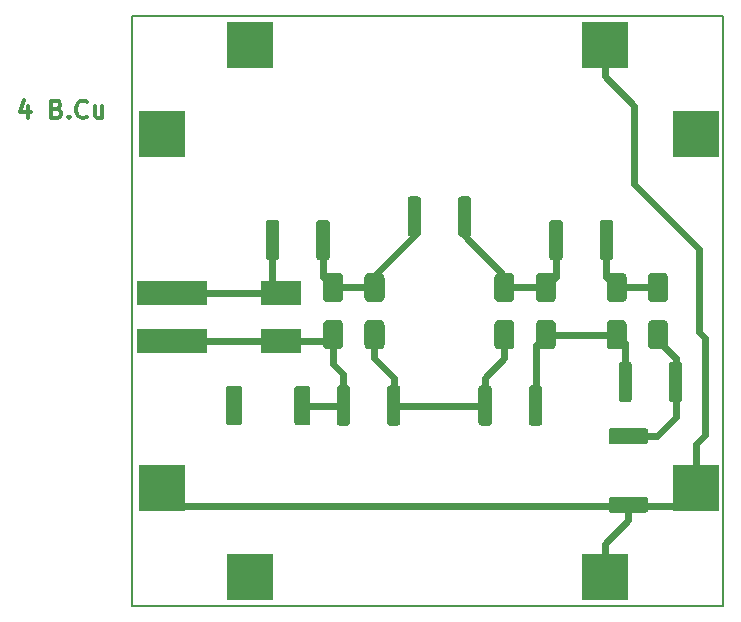
<source format=gbl>
%TF.GenerationSoftware,KiCad,Pcbnew,5.0.1*%
%TF.CreationDate,2019-03-19T22:32:44+01:00*%
%TF.ProjectId,Statikplatte,53746174696B706C617474652E6B6963,rev?*%
%TF.SameCoordinates,Original*%
%TF.FileFunction,Copper,L4,Bot,Signal*%
%TF.FilePolarity,Positive*%
%FSLAX46Y46*%
G04 Gerber Fmt 4.6, Leading zero omitted, Abs format (unit mm)*
G04 Created by KiCad (PCBNEW 5.0.1) date Di 19 Mär 2019 22:32:44 CET*
%MOMM*%
%LPD*%
G01*
G04 APERTURE LIST*
%ADD10C,0.350000*%
%ADD11C,0.150000*%
%ADD12R,4.000000X4.000000*%
%ADD13C,0.100000*%
%ADD14C,1.350000*%
%ADD15R,3.500000X2.000000*%
%ADD16R,6.000000X2.000000*%
%ADD17C,1.125000*%
%ADD18C,1.700000*%
%ADD19C,0.600000*%
%ADD20C,0.800000*%
%ADD21C,0.600000*%
G04 APERTURE END LIST*
D10*
X116178571Y-82678571D02*
X116178571Y-83678571D01*
X115821428Y-82107142D02*
X115464285Y-83178571D01*
X116392857Y-83178571D01*
X118607142Y-82892857D02*
X118821428Y-82964285D01*
X118892857Y-83035714D01*
X118964285Y-83178571D01*
X118964285Y-83392857D01*
X118892857Y-83535714D01*
X118821428Y-83607142D01*
X118678571Y-83678571D01*
X118107142Y-83678571D01*
X118107142Y-82178571D01*
X118607142Y-82178571D01*
X118750000Y-82250000D01*
X118821428Y-82321428D01*
X118892857Y-82464285D01*
X118892857Y-82607142D01*
X118821428Y-82750000D01*
X118750000Y-82821428D01*
X118607142Y-82892857D01*
X118107142Y-82892857D01*
X119607142Y-83535714D02*
X119678571Y-83607142D01*
X119607142Y-83678571D01*
X119535714Y-83607142D01*
X119607142Y-83535714D01*
X119607142Y-83678571D01*
X121178571Y-83535714D02*
X121107142Y-83607142D01*
X120892857Y-83678571D01*
X120750000Y-83678571D01*
X120535714Y-83607142D01*
X120392857Y-83464285D01*
X120321428Y-83321428D01*
X120250000Y-83035714D01*
X120250000Y-82821428D01*
X120321428Y-82535714D01*
X120392857Y-82392857D01*
X120535714Y-82250000D01*
X120750000Y-82178571D01*
X120892857Y-82178571D01*
X121107142Y-82250000D01*
X121178571Y-82321428D01*
X122464285Y-82678571D02*
X122464285Y-83678571D01*
X121821428Y-82678571D02*
X121821428Y-83464285D01*
X121892857Y-83607142D01*
X122035714Y-83678571D01*
X122250000Y-83678571D01*
X122392857Y-83607142D01*
X122464285Y-83535714D01*
D11*
X125000000Y-75000000D02*
X175000000Y-75000000D01*
X175000000Y-75000000D02*
X175000000Y-125000000D01*
X125000000Y-125000000D02*
X175000000Y-125000000D01*
X125000000Y-75000000D02*
X125000000Y-125000000D01*
D12*
X135000000Y-122500000D03*
X165000000Y-122500000D03*
X127500000Y-85000000D03*
X135000000Y-77500000D03*
X165000000Y-77500000D03*
X172750000Y-115000000D03*
X127500000Y-115000000D03*
X172750000Y-85000000D03*
D13*
G36*
X168449505Y-109926204D02*
X168473773Y-109929804D01*
X168497572Y-109935765D01*
X168520671Y-109944030D01*
X168542850Y-109954520D01*
X168563893Y-109967132D01*
X168583599Y-109981747D01*
X168601777Y-109998223D01*
X168618253Y-110016401D01*
X168632868Y-110036107D01*
X168645480Y-110057150D01*
X168655970Y-110079329D01*
X168664235Y-110102428D01*
X168670196Y-110126227D01*
X168673796Y-110150495D01*
X168675000Y-110174999D01*
X168675000Y-111025001D01*
X168673796Y-111049505D01*
X168670196Y-111073773D01*
X168664235Y-111097572D01*
X168655970Y-111120671D01*
X168645480Y-111142850D01*
X168632868Y-111163893D01*
X168618253Y-111183599D01*
X168601777Y-111201777D01*
X168583599Y-111218253D01*
X168563893Y-111232868D01*
X168542850Y-111245480D01*
X168520671Y-111255970D01*
X168497572Y-111264235D01*
X168473773Y-111270196D01*
X168449505Y-111273796D01*
X168425001Y-111275000D01*
X165574999Y-111275000D01*
X165550495Y-111273796D01*
X165526227Y-111270196D01*
X165502428Y-111264235D01*
X165479329Y-111255970D01*
X165457150Y-111245480D01*
X165436107Y-111232868D01*
X165416401Y-111218253D01*
X165398223Y-111201777D01*
X165381747Y-111183599D01*
X165367132Y-111163893D01*
X165354520Y-111142850D01*
X165344030Y-111120671D01*
X165335765Y-111097572D01*
X165329804Y-111073773D01*
X165326204Y-111049505D01*
X165325000Y-111025001D01*
X165325000Y-110174999D01*
X165326204Y-110150495D01*
X165329804Y-110126227D01*
X165335765Y-110102428D01*
X165344030Y-110079329D01*
X165354520Y-110057150D01*
X165367132Y-110036107D01*
X165381747Y-110016401D01*
X165398223Y-109998223D01*
X165416401Y-109981747D01*
X165436107Y-109967132D01*
X165457150Y-109954520D01*
X165479329Y-109944030D01*
X165502428Y-109935765D01*
X165526227Y-109929804D01*
X165550495Y-109926204D01*
X165574999Y-109925000D01*
X168425001Y-109925000D01*
X168449505Y-109926204D01*
X168449505Y-109926204D01*
G37*
D14*
X167000000Y-110600000D03*
D13*
G36*
X168449505Y-115726204D02*
X168473773Y-115729804D01*
X168497572Y-115735765D01*
X168520671Y-115744030D01*
X168542850Y-115754520D01*
X168563893Y-115767132D01*
X168583599Y-115781747D01*
X168601777Y-115798223D01*
X168618253Y-115816401D01*
X168632868Y-115836107D01*
X168645480Y-115857150D01*
X168655970Y-115879329D01*
X168664235Y-115902428D01*
X168670196Y-115926227D01*
X168673796Y-115950495D01*
X168675000Y-115974999D01*
X168675000Y-116825001D01*
X168673796Y-116849505D01*
X168670196Y-116873773D01*
X168664235Y-116897572D01*
X168655970Y-116920671D01*
X168645480Y-116942850D01*
X168632868Y-116963893D01*
X168618253Y-116983599D01*
X168601777Y-117001777D01*
X168583599Y-117018253D01*
X168563893Y-117032868D01*
X168542850Y-117045480D01*
X168520671Y-117055970D01*
X168497572Y-117064235D01*
X168473773Y-117070196D01*
X168449505Y-117073796D01*
X168425001Y-117075000D01*
X165574999Y-117075000D01*
X165550495Y-117073796D01*
X165526227Y-117070196D01*
X165502428Y-117064235D01*
X165479329Y-117055970D01*
X165457150Y-117045480D01*
X165436107Y-117032868D01*
X165416401Y-117018253D01*
X165398223Y-117001777D01*
X165381747Y-116983599D01*
X165367132Y-116963893D01*
X165354520Y-116942850D01*
X165344030Y-116920671D01*
X165335765Y-116897572D01*
X165329804Y-116873773D01*
X165326204Y-116849505D01*
X165325000Y-116825001D01*
X165325000Y-115974999D01*
X165326204Y-115950495D01*
X165329804Y-115926227D01*
X165335765Y-115902428D01*
X165344030Y-115879329D01*
X165354520Y-115857150D01*
X165367132Y-115836107D01*
X165381747Y-115816401D01*
X165398223Y-115798223D01*
X165416401Y-115781747D01*
X165436107Y-115767132D01*
X165457150Y-115754520D01*
X165479329Y-115744030D01*
X165502428Y-115735765D01*
X165526227Y-115729804D01*
X165550495Y-115726204D01*
X165574999Y-115725000D01*
X168425001Y-115725000D01*
X168449505Y-115726204D01*
X168449505Y-115726204D01*
G37*
D14*
X167000000Y-116400000D03*
D13*
G36*
X139849505Y-106326204D02*
X139873773Y-106329804D01*
X139897572Y-106335765D01*
X139920671Y-106344030D01*
X139942850Y-106354520D01*
X139963893Y-106367132D01*
X139983599Y-106381747D01*
X140001777Y-106398223D01*
X140018253Y-106416401D01*
X140032868Y-106436107D01*
X140045480Y-106457150D01*
X140055970Y-106479329D01*
X140064235Y-106502428D01*
X140070196Y-106526227D01*
X140073796Y-106550495D01*
X140075000Y-106574999D01*
X140075000Y-109425001D01*
X140073796Y-109449505D01*
X140070196Y-109473773D01*
X140064235Y-109497572D01*
X140055970Y-109520671D01*
X140045480Y-109542850D01*
X140032868Y-109563893D01*
X140018253Y-109583599D01*
X140001777Y-109601777D01*
X139983599Y-109618253D01*
X139963893Y-109632868D01*
X139942850Y-109645480D01*
X139920671Y-109655970D01*
X139897572Y-109664235D01*
X139873773Y-109670196D01*
X139849505Y-109673796D01*
X139825001Y-109675000D01*
X138974999Y-109675000D01*
X138950495Y-109673796D01*
X138926227Y-109670196D01*
X138902428Y-109664235D01*
X138879329Y-109655970D01*
X138857150Y-109645480D01*
X138836107Y-109632868D01*
X138816401Y-109618253D01*
X138798223Y-109601777D01*
X138781747Y-109583599D01*
X138767132Y-109563893D01*
X138754520Y-109542850D01*
X138744030Y-109520671D01*
X138735765Y-109497572D01*
X138729804Y-109473773D01*
X138726204Y-109449505D01*
X138725000Y-109425001D01*
X138725000Y-106574999D01*
X138726204Y-106550495D01*
X138729804Y-106526227D01*
X138735765Y-106502428D01*
X138744030Y-106479329D01*
X138754520Y-106457150D01*
X138767132Y-106436107D01*
X138781747Y-106416401D01*
X138798223Y-106398223D01*
X138816401Y-106381747D01*
X138836107Y-106367132D01*
X138857150Y-106354520D01*
X138879329Y-106344030D01*
X138902428Y-106335765D01*
X138926227Y-106329804D01*
X138950495Y-106326204D01*
X138974999Y-106325000D01*
X139825001Y-106325000D01*
X139849505Y-106326204D01*
X139849505Y-106326204D01*
G37*
D14*
X139400000Y-108000000D03*
D13*
G36*
X134049505Y-106326204D02*
X134073773Y-106329804D01*
X134097572Y-106335765D01*
X134120671Y-106344030D01*
X134142850Y-106354520D01*
X134163893Y-106367132D01*
X134183599Y-106381747D01*
X134201777Y-106398223D01*
X134218253Y-106416401D01*
X134232868Y-106436107D01*
X134245480Y-106457150D01*
X134255970Y-106479329D01*
X134264235Y-106502428D01*
X134270196Y-106526227D01*
X134273796Y-106550495D01*
X134275000Y-106574999D01*
X134275000Y-109425001D01*
X134273796Y-109449505D01*
X134270196Y-109473773D01*
X134264235Y-109497572D01*
X134255970Y-109520671D01*
X134245480Y-109542850D01*
X134232868Y-109563893D01*
X134218253Y-109583599D01*
X134201777Y-109601777D01*
X134183599Y-109618253D01*
X134163893Y-109632868D01*
X134142850Y-109645480D01*
X134120671Y-109655970D01*
X134097572Y-109664235D01*
X134073773Y-109670196D01*
X134049505Y-109673796D01*
X134025001Y-109675000D01*
X133174999Y-109675000D01*
X133150495Y-109673796D01*
X133126227Y-109670196D01*
X133102428Y-109664235D01*
X133079329Y-109655970D01*
X133057150Y-109645480D01*
X133036107Y-109632868D01*
X133016401Y-109618253D01*
X132998223Y-109601777D01*
X132981747Y-109583599D01*
X132967132Y-109563893D01*
X132954520Y-109542850D01*
X132944030Y-109520671D01*
X132935765Y-109497572D01*
X132929804Y-109473773D01*
X132926204Y-109449505D01*
X132925000Y-109425001D01*
X132925000Y-106574999D01*
X132926204Y-106550495D01*
X132929804Y-106526227D01*
X132935765Y-106502428D01*
X132944030Y-106479329D01*
X132954520Y-106457150D01*
X132967132Y-106436107D01*
X132981747Y-106416401D01*
X132998223Y-106398223D01*
X133016401Y-106381747D01*
X133036107Y-106367132D01*
X133057150Y-106354520D01*
X133079329Y-106344030D01*
X133102428Y-106335765D01*
X133126227Y-106329804D01*
X133150495Y-106326204D01*
X133174999Y-106325000D01*
X134025001Y-106325000D01*
X134049505Y-106326204D01*
X134049505Y-106326204D01*
G37*
D14*
X133600000Y-108000000D03*
D15*
X137625000Y-98500000D03*
X137625000Y-102500000D03*
D16*
X128375000Y-98500000D03*
X128375000Y-102500000D03*
D13*
G36*
X143199505Y-106301204D02*
X143223773Y-106304804D01*
X143247572Y-106310765D01*
X143270671Y-106319030D01*
X143292850Y-106329520D01*
X143313893Y-106342132D01*
X143333599Y-106356747D01*
X143351777Y-106373223D01*
X143368253Y-106391401D01*
X143382868Y-106411107D01*
X143395480Y-106432150D01*
X143405970Y-106454329D01*
X143414235Y-106477428D01*
X143420196Y-106501227D01*
X143423796Y-106525495D01*
X143425000Y-106549999D01*
X143425000Y-109450001D01*
X143423796Y-109474505D01*
X143420196Y-109498773D01*
X143414235Y-109522572D01*
X143405970Y-109545671D01*
X143395480Y-109567850D01*
X143382868Y-109588893D01*
X143368253Y-109608599D01*
X143351777Y-109626777D01*
X143333599Y-109643253D01*
X143313893Y-109657868D01*
X143292850Y-109670480D01*
X143270671Y-109680970D01*
X143247572Y-109689235D01*
X143223773Y-109695196D01*
X143199505Y-109698796D01*
X143175001Y-109700000D01*
X142549999Y-109700000D01*
X142525495Y-109698796D01*
X142501227Y-109695196D01*
X142477428Y-109689235D01*
X142454329Y-109680970D01*
X142432150Y-109670480D01*
X142411107Y-109657868D01*
X142391401Y-109643253D01*
X142373223Y-109626777D01*
X142356747Y-109608599D01*
X142342132Y-109588893D01*
X142329520Y-109567850D01*
X142319030Y-109545671D01*
X142310765Y-109522572D01*
X142304804Y-109498773D01*
X142301204Y-109474505D01*
X142300000Y-109450001D01*
X142300000Y-106549999D01*
X142301204Y-106525495D01*
X142304804Y-106501227D01*
X142310765Y-106477428D01*
X142319030Y-106454329D01*
X142329520Y-106432150D01*
X142342132Y-106411107D01*
X142356747Y-106391401D01*
X142373223Y-106373223D01*
X142391401Y-106356747D01*
X142411107Y-106342132D01*
X142432150Y-106329520D01*
X142454329Y-106319030D01*
X142477428Y-106310765D01*
X142501227Y-106304804D01*
X142525495Y-106301204D01*
X142549999Y-106300000D01*
X143175001Y-106300000D01*
X143199505Y-106301204D01*
X143199505Y-106301204D01*
G37*
D17*
X142862500Y-108000000D03*
D13*
G36*
X147474505Y-106301204D02*
X147498773Y-106304804D01*
X147522572Y-106310765D01*
X147545671Y-106319030D01*
X147567850Y-106329520D01*
X147588893Y-106342132D01*
X147608599Y-106356747D01*
X147626777Y-106373223D01*
X147643253Y-106391401D01*
X147657868Y-106411107D01*
X147670480Y-106432150D01*
X147680970Y-106454329D01*
X147689235Y-106477428D01*
X147695196Y-106501227D01*
X147698796Y-106525495D01*
X147700000Y-106549999D01*
X147700000Y-109450001D01*
X147698796Y-109474505D01*
X147695196Y-109498773D01*
X147689235Y-109522572D01*
X147680970Y-109545671D01*
X147670480Y-109567850D01*
X147657868Y-109588893D01*
X147643253Y-109608599D01*
X147626777Y-109626777D01*
X147608599Y-109643253D01*
X147588893Y-109657868D01*
X147567850Y-109670480D01*
X147545671Y-109680970D01*
X147522572Y-109689235D01*
X147498773Y-109695196D01*
X147474505Y-109698796D01*
X147450001Y-109700000D01*
X146824999Y-109700000D01*
X146800495Y-109698796D01*
X146776227Y-109695196D01*
X146752428Y-109689235D01*
X146729329Y-109680970D01*
X146707150Y-109670480D01*
X146686107Y-109657868D01*
X146666401Y-109643253D01*
X146648223Y-109626777D01*
X146631747Y-109608599D01*
X146617132Y-109588893D01*
X146604520Y-109567850D01*
X146594030Y-109545671D01*
X146585765Y-109522572D01*
X146579804Y-109498773D01*
X146576204Y-109474505D01*
X146575000Y-109450001D01*
X146575000Y-106549999D01*
X146576204Y-106525495D01*
X146579804Y-106501227D01*
X146585765Y-106477428D01*
X146594030Y-106454329D01*
X146604520Y-106432150D01*
X146617132Y-106411107D01*
X146631747Y-106391401D01*
X146648223Y-106373223D01*
X146666401Y-106356747D01*
X146686107Y-106342132D01*
X146707150Y-106329520D01*
X146729329Y-106319030D01*
X146752428Y-106310765D01*
X146776227Y-106304804D01*
X146800495Y-106301204D01*
X146824999Y-106300000D01*
X147450001Y-106300000D01*
X147474505Y-106301204D01*
X147474505Y-106301204D01*
G37*
D17*
X147137500Y-108000000D03*
D13*
G36*
X149199505Y-90301204D02*
X149223773Y-90304804D01*
X149247572Y-90310765D01*
X149270671Y-90319030D01*
X149292850Y-90329520D01*
X149313893Y-90342132D01*
X149333599Y-90356747D01*
X149351777Y-90373223D01*
X149368253Y-90391401D01*
X149382868Y-90411107D01*
X149395480Y-90432150D01*
X149405970Y-90454329D01*
X149414235Y-90477428D01*
X149420196Y-90501227D01*
X149423796Y-90525495D01*
X149425000Y-90549999D01*
X149425000Y-93450001D01*
X149423796Y-93474505D01*
X149420196Y-93498773D01*
X149414235Y-93522572D01*
X149405970Y-93545671D01*
X149395480Y-93567850D01*
X149382868Y-93588893D01*
X149368253Y-93608599D01*
X149351777Y-93626777D01*
X149333599Y-93643253D01*
X149313893Y-93657868D01*
X149292850Y-93670480D01*
X149270671Y-93680970D01*
X149247572Y-93689235D01*
X149223773Y-93695196D01*
X149199505Y-93698796D01*
X149175001Y-93700000D01*
X148549999Y-93700000D01*
X148525495Y-93698796D01*
X148501227Y-93695196D01*
X148477428Y-93689235D01*
X148454329Y-93680970D01*
X148432150Y-93670480D01*
X148411107Y-93657868D01*
X148391401Y-93643253D01*
X148373223Y-93626777D01*
X148356747Y-93608599D01*
X148342132Y-93588893D01*
X148329520Y-93567850D01*
X148319030Y-93545671D01*
X148310765Y-93522572D01*
X148304804Y-93498773D01*
X148301204Y-93474505D01*
X148300000Y-93450001D01*
X148300000Y-90549999D01*
X148301204Y-90525495D01*
X148304804Y-90501227D01*
X148310765Y-90477428D01*
X148319030Y-90454329D01*
X148329520Y-90432150D01*
X148342132Y-90411107D01*
X148356747Y-90391401D01*
X148373223Y-90373223D01*
X148391401Y-90356747D01*
X148411107Y-90342132D01*
X148432150Y-90329520D01*
X148454329Y-90319030D01*
X148477428Y-90310765D01*
X148501227Y-90304804D01*
X148525495Y-90301204D01*
X148549999Y-90300000D01*
X149175001Y-90300000D01*
X149199505Y-90301204D01*
X149199505Y-90301204D01*
G37*
D17*
X148862500Y-92000000D03*
D13*
G36*
X153474505Y-90301204D02*
X153498773Y-90304804D01*
X153522572Y-90310765D01*
X153545671Y-90319030D01*
X153567850Y-90329520D01*
X153588893Y-90342132D01*
X153608599Y-90356747D01*
X153626777Y-90373223D01*
X153643253Y-90391401D01*
X153657868Y-90411107D01*
X153670480Y-90432150D01*
X153680970Y-90454329D01*
X153689235Y-90477428D01*
X153695196Y-90501227D01*
X153698796Y-90525495D01*
X153700000Y-90549999D01*
X153700000Y-93450001D01*
X153698796Y-93474505D01*
X153695196Y-93498773D01*
X153689235Y-93522572D01*
X153680970Y-93545671D01*
X153670480Y-93567850D01*
X153657868Y-93588893D01*
X153643253Y-93608599D01*
X153626777Y-93626777D01*
X153608599Y-93643253D01*
X153588893Y-93657868D01*
X153567850Y-93670480D01*
X153545671Y-93680970D01*
X153522572Y-93689235D01*
X153498773Y-93695196D01*
X153474505Y-93698796D01*
X153450001Y-93700000D01*
X152824999Y-93700000D01*
X152800495Y-93698796D01*
X152776227Y-93695196D01*
X152752428Y-93689235D01*
X152729329Y-93680970D01*
X152707150Y-93670480D01*
X152686107Y-93657868D01*
X152666401Y-93643253D01*
X152648223Y-93626777D01*
X152631747Y-93608599D01*
X152617132Y-93588893D01*
X152604520Y-93567850D01*
X152594030Y-93545671D01*
X152585765Y-93522572D01*
X152579804Y-93498773D01*
X152576204Y-93474505D01*
X152575000Y-93450001D01*
X152575000Y-90549999D01*
X152576204Y-90525495D01*
X152579804Y-90501227D01*
X152585765Y-90477428D01*
X152594030Y-90454329D01*
X152604520Y-90432150D01*
X152617132Y-90411107D01*
X152631747Y-90391401D01*
X152648223Y-90373223D01*
X152666401Y-90356747D01*
X152686107Y-90342132D01*
X152707150Y-90329520D01*
X152729329Y-90319030D01*
X152752428Y-90310765D01*
X152776227Y-90304804D01*
X152800495Y-90301204D01*
X152824999Y-90300000D01*
X153450001Y-90300000D01*
X153474505Y-90301204D01*
X153474505Y-90301204D01*
G37*
D17*
X153137500Y-92000000D03*
D13*
G36*
X155199505Y-106301204D02*
X155223773Y-106304804D01*
X155247572Y-106310765D01*
X155270671Y-106319030D01*
X155292850Y-106329520D01*
X155313893Y-106342132D01*
X155333599Y-106356747D01*
X155351777Y-106373223D01*
X155368253Y-106391401D01*
X155382868Y-106411107D01*
X155395480Y-106432150D01*
X155405970Y-106454329D01*
X155414235Y-106477428D01*
X155420196Y-106501227D01*
X155423796Y-106525495D01*
X155425000Y-106549999D01*
X155425000Y-109450001D01*
X155423796Y-109474505D01*
X155420196Y-109498773D01*
X155414235Y-109522572D01*
X155405970Y-109545671D01*
X155395480Y-109567850D01*
X155382868Y-109588893D01*
X155368253Y-109608599D01*
X155351777Y-109626777D01*
X155333599Y-109643253D01*
X155313893Y-109657868D01*
X155292850Y-109670480D01*
X155270671Y-109680970D01*
X155247572Y-109689235D01*
X155223773Y-109695196D01*
X155199505Y-109698796D01*
X155175001Y-109700000D01*
X154549999Y-109700000D01*
X154525495Y-109698796D01*
X154501227Y-109695196D01*
X154477428Y-109689235D01*
X154454329Y-109680970D01*
X154432150Y-109670480D01*
X154411107Y-109657868D01*
X154391401Y-109643253D01*
X154373223Y-109626777D01*
X154356747Y-109608599D01*
X154342132Y-109588893D01*
X154329520Y-109567850D01*
X154319030Y-109545671D01*
X154310765Y-109522572D01*
X154304804Y-109498773D01*
X154301204Y-109474505D01*
X154300000Y-109450001D01*
X154300000Y-106549999D01*
X154301204Y-106525495D01*
X154304804Y-106501227D01*
X154310765Y-106477428D01*
X154319030Y-106454329D01*
X154329520Y-106432150D01*
X154342132Y-106411107D01*
X154356747Y-106391401D01*
X154373223Y-106373223D01*
X154391401Y-106356747D01*
X154411107Y-106342132D01*
X154432150Y-106329520D01*
X154454329Y-106319030D01*
X154477428Y-106310765D01*
X154501227Y-106304804D01*
X154525495Y-106301204D01*
X154549999Y-106300000D01*
X155175001Y-106300000D01*
X155199505Y-106301204D01*
X155199505Y-106301204D01*
G37*
D17*
X154862500Y-108000000D03*
D13*
G36*
X159474505Y-106301204D02*
X159498773Y-106304804D01*
X159522572Y-106310765D01*
X159545671Y-106319030D01*
X159567850Y-106329520D01*
X159588893Y-106342132D01*
X159608599Y-106356747D01*
X159626777Y-106373223D01*
X159643253Y-106391401D01*
X159657868Y-106411107D01*
X159670480Y-106432150D01*
X159680970Y-106454329D01*
X159689235Y-106477428D01*
X159695196Y-106501227D01*
X159698796Y-106525495D01*
X159700000Y-106549999D01*
X159700000Y-109450001D01*
X159698796Y-109474505D01*
X159695196Y-109498773D01*
X159689235Y-109522572D01*
X159680970Y-109545671D01*
X159670480Y-109567850D01*
X159657868Y-109588893D01*
X159643253Y-109608599D01*
X159626777Y-109626777D01*
X159608599Y-109643253D01*
X159588893Y-109657868D01*
X159567850Y-109670480D01*
X159545671Y-109680970D01*
X159522572Y-109689235D01*
X159498773Y-109695196D01*
X159474505Y-109698796D01*
X159450001Y-109700000D01*
X158824999Y-109700000D01*
X158800495Y-109698796D01*
X158776227Y-109695196D01*
X158752428Y-109689235D01*
X158729329Y-109680970D01*
X158707150Y-109670480D01*
X158686107Y-109657868D01*
X158666401Y-109643253D01*
X158648223Y-109626777D01*
X158631747Y-109608599D01*
X158617132Y-109588893D01*
X158604520Y-109567850D01*
X158594030Y-109545671D01*
X158585765Y-109522572D01*
X158579804Y-109498773D01*
X158576204Y-109474505D01*
X158575000Y-109450001D01*
X158575000Y-106549999D01*
X158576204Y-106525495D01*
X158579804Y-106501227D01*
X158585765Y-106477428D01*
X158594030Y-106454329D01*
X158604520Y-106432150D01*
X158617132Y-106411107D01*
X158631747Y-106391401D01*
X158648223Y-106373223D01*
X158666401Y-106356747D01*
X158686107Y-106342132D01*
X158707150Y-106329520D01*
X158729329Y-106319030D01*
X158752428Y-106310765D01*
X158776227Y-106304804D01*
X158800495Y-106301204D01*
X158824999Y-106300000D01*
X159450001Y-106300000D01*
X159474505Y-106301204D01*
X159474505Y-106301204D01*
G37*
D17*
X159137500Y-108000000D03*
D13*
G36*
X161199505Y-92301204D02*
X161223773Y-92304804D01*
X161247572Y-92310765D01*
X161270671Y-92319030D01*
X161292850Y-92329520D01*
X161313893Y-92342132D01*
X161333599Y-92356747D01*
X161351777Y-92373223D01*
X161368253Y-92391401D01*
X161382868Y-92411107D01*
X161395480Y-92432150D01*
X161405970Y-92454329D01*
X161414235Y-92477428D01*
X161420196Y-92501227D01*
X161423796Y-92525495D01*
X161425000Y-92549999D01*
X161425000Y-95450001D01*
X161423796Y-95474505D01*
X161420196Y-95498773D01*
X161414235Y-95522572D01*
X161405970Y-95545671D01*
X161395480Y-95567850D01*
X161382868Y-95588893D01*
X161368253Y-95608599D01*
X161351777Y-95626777D01*
X161333599Y-95643253D01*
X161313893Y-95657868D01*
X161292850Y-95670480D01*
X161270671Y-95680970D01*
X161247572Y-95689235D01*
X161223773Y-95695196D01*
X161199505Y-95698796D01*
X161175001Y-95700000D01*
X160549999Y-95700000D01*
X160525495Y-95698796D01*
X160501227Y-95695196D01*
X160477428Y-95689235D01*
X160454329Y-95680970D01*
X160432150Y-95670480D01*
X160411107Y-95657868D01*
X160391401Y-95643253D01*
X160373223Y-95626777D01*
X160356747Y-95608599D01*
X160342132Y-95588893D01*
X160329520Y-95567850D01*
X160319030Y-95545671D01*
X160310765Y-95522572D01*
X160304804Y-95498773D01*
X160301204Y-95474505D01*
X160300000Y-95450001D01*
X160300000Y-92549999D01*
X160301204Y-92525495D01*
X160304804Y-92501227D01*
X160310765Y-92477428D01*
X160319030Y-92454329D01*
X160329520Y-92432150D01*
X160342132Y-92411107D01*
X160356747Y-92391401D01*
X160373223Y-92373223D01*
X160391401Y-92356747D01*
X160411107Y-92342132D01*
X160432150Y-92329520D01*
X160454329Y-92319030D01*
X160477428Y-92310765D01*
X160501227Y-92304804D01*
X160525495Y-92301204D01*
X160549999Y-92300000D01*
X161175001Y-92300000D01*
X161199505Y-92301204D01*
X161199505Y-92301204D01*
G37*
D17*
X160862500Y-94000000D03*
D13*
G36*
X165474505Y-92301204D02*
X165498773Y-92304804D01*
X165522572Y-92310765D01*
X165545671Y-92319030D01*
X165567850Y-92329520D01*
X165588893Y-92342132D01*
X165608599Y-92356747D01*
X165626777Y-92373223D01*
X165643253Y-92391401D01*
X165657868Y-92411107D01*
X165670480Y-92432150D01*
X165680970Y-92454329D01*
X165689235Y-92477428D01*
X165695196Y-92501227D01*
X165698796Y-92525495D01*
X165700000Y-92549999D01*
X165700000Y-95450001D01*
X165698796Y-95474505D01*
X165695196Y-95498773D01*
X165689235Y-95522572D01*
X165680970Y-95545671D01*
X165670480Y-95567850D01*
X165657868Y-95588893D01*
X165643253Y-95608599D01*
X165626777Y-95626777D01*
X165608599Y-95643253D01*
X165588893Y-95657868D01*
X165567850Y-95670480D01*
X165545671Y-95680970D01*
X165522572Y-95689235D01*
X165498773Y-95695196D01*
X165474505Y-95698796D01*
X165450001Y-95700000D01*
X164824999Y-95700000D01*
X164800495Y-95698796D01*
X164776227Y-95695196D01*
X164752428Y-95689235D01*
X164729329Y-95680970D01*
X164707150Y-95670480D01*
X164686107Y-95657868D01*
X164666401Y-95643253D01*
X164648223Y-95626777D01*
X164631747Y-95608599D01*
X164617132Y-95588893D01*
X164604520Y-95567850D01*
X164594030Y-95545671D01*
X164585765Y-95522572D01*
X164579804Y-95498773D01*
X164576204Y-95474505D01*
X164575000Y-95450001D01*
X164575000Y-92549999D01*
X164576204Y-92525495D01*
X164579804Y-92501227D01*
X164585765Y-92477428D01*
X164594030Y-92454329D01*
X164604520Y-92432150D01*
X164617132Y-92411107D01*
X164631747Y-92391401D01*
X164648223Y-92373223D01*
X164666401Y-92356747D01*
X164686107Y-92342132D01*
X164707150Y-92329520D01*
X164729329Y-92319030D01*
X164752428Y-92310765D01*
X164776227Y-92304804D01*
X164800495Y-92301204D01*
X164824999Y-92300000D01*
X165450001Y-92300000D01*
X165474505Y-92301204D01*
X165474505Y-92301204D01*
G37*
D17*
X165137500Y-94000000D03*
D13*
G36*
X167062005Y-104301204D02*
X167086273Y-104304804D01*
X167110072Y-104310765D01*
X167133171Y-104319030D01*
X167155350Y-104329520D01*
X167176393Y-104342132D01*
X167196099Y-104356747D01*
X167214277Y-104373223D01*
X167230753Y-104391401D01*
X167245368Y-104411107D01*
X167257980Y-104432150D01*
X167268470Y-104454329D01*
X167276735Y-104477428D01*
X167282696Y-104501227D01*
X167286296Y-104525495D01*
X167287500Y-104549999D01*
X167287500Y-107450001D01*
X167286296Y-107474505D01*
X167282696Y-107498773D01*
X167276735Y-107522572D01*
X167268470Y-107545671D01*
X167257980Y-107567850D01*
X167245368Y-107588893D01*
X167230753Y-107608599D01*
X167214277Y-107626777D01*
X167196099Y-107643253D01*
X167176393Y-107657868D01*
X167155350Y-107670480D01*
X167133171Y-107680970D01*
X167110072Y-107689235D01*
X167086273Y-107695196D01*
X167062005Y-107698796D01*
X167037501Y-107700000D01*
X166412499Y-107700000D01*
X166387995Y-107698796D01*
X166363727Y-107695196D01*
X166339928Y-107689235D01*
X166316829Y-107680970D01*
X166294650Y-107670480D01*
X166273607Y-107657868D01*
X166253901Y-107643253D01*
X166235723Y-107626777D01*
X166219247Y-107608599D01*
X166204632Y-107588893D01*
X166192020Y-107567850D01*
X166181530Y-107545671D01*
X166173265Y-107522572D01*
X166167304Y-107498773D01*
X166163704Y-107474505D01*
X166162500Y-107450001D01*
X166162500Y-104549999D01*
X166163704Y-104525495D01*
X166167304Y-104501227D01*
X166173265Y-104477428D01*
X166181530Y-104454329D01*
X166192020Y-104432150D01*
X166204632Y-104411107D01*
X166219247Y-104391401D01*
X166235723Y-104373223D01*
X166253901Y-104356747D01*
X166273607Y-104342132D01*
X166294650Y-104329520D01*
X166316829Y-104319030D01*
X166339928Y-104310765D01*
X166363727Y-104304804D01*
X166387995Y-104301204D01*
X166412499Y-104300000D01*
X167037501Y-104300000D01*
X167062005Y-104301204D01*
X167062005Y-104301204D01*
G37*
D17*
X166725000Y-106000000D03*
D13*
G36*
X171337005Y-104301204D02*
X171361273Y-104304804D01*
X171385072Y-104310765D01*
X171408171Y-104319030D01*
X171430350Y-104329520D01*
X171451393Y-104342132D01*
X171471099Y-104356747D01*
X171489277Y-104373223D01*
X171505753Y-104391401D01*
X171520368Y-104411107D01*
X171532980Y-104432150D01*
X171543470Y-104454329D01*
X171551735Y-104477428D01*
X171557696Y-104501227D01*
X171561296Y-104525495D01*
X171562500Y-104549999D01*
X171562500Y-107450001D01*
X171561296Y-107474505D01*
X171557696Y-107498773D01*
X171551735Y-107522572D01*
X171543470Y-107545671D01*
X171532980Y-107567850D01*
X171520368Y-107588893D01*
X171505753Y-107608599D01*
X171489277Y-107626777D01*
X171471099Y-107643253D01*
X171451393Y-107657868D01*
X171430350Y-107670480D01*
X171408171Y-107680970D01*
X171385072Y-107689235D01*
X171361273Y-107695196D01*
X171337005Y-107698796D01*
X171312501Y-107700000D01*
X170687499Y-107700000D01*
X170662995Y-107698796D01*
X170638727Y-107695196D01*
X170614928Y-107689235D01*
X170591829Y-107680970D01*
X170569650Y-107670480D01*
X170548607Y-107657868D01*
X170528901Y-107643253D01*
X170510723Y-107626777D01*
X170494247Y-107608599D01*
X170479632Y-107588893D01*
X170467020Y-107567850D01*
X170456530Y-107545671D01*
X170448265Y-107522572D01*
X170442304Y-107498773D01*
X170438704Y-107474505D01*
X170437500Y-107450001D01*
X170437500Y-104549999D01*
X170438704Y-104525495D01*
X170442304Y-104501227D01*
X170448265Y-104477428D01*
X170456530Y-104454329D01*
X170467020Y-104432150D01*
X170479632Y-104411107D01*
X170494247Y-104391401D01*
X170510723Y-104373223D01*
X170528901Y-104356747D01*
X170548607Y-104342132D01*
X170569650Y-104329520D01*
X170591829Y-104319030D01*
X170614928Y-104310765D01*
X170638727Y-104304804D01*
X170662995Y-104301204D01*
X170687499Y-104300000D01*
X171312501Y-104300000D01*
X171337005Y-104301204D01*
X171337005Y-104301204D01*
G37*
D17*
X171000000Y-106000000D03*
D13*
G36*
X145966657Y-96752046D02*
X146007913Y-96758166D01*
X146048371Y-96768300D01*
X146087640Y-96782351D01*
X146125344Y-96800183D01*
X146161117Y-96821625D01*
X146194617Y-96846471D01*
X146225520Y-96874480D01*
X146253529Y-96905383D01*
X146278375Y-96938883D01*
X146299817Y-96974656D01*
X146317649Y-97012360D01*
X146331700Y-97051629D01*
X146341834Y-97092087D01*
X146347954Y-97133343D01*
X146350000Y-97175000D01*
X146350000Y-98825000D01*
X146347954Y-98866657D01*
X146341834Y-98907913D01*
X146331700Y-98948371D01*
X146317649Y-98987640D01*
X146299817Y-99025344D01*
X146278375Y-99061117D01*
X146253529Y-99094617D01*
X146225520Y-99125520D01*
X146194617Y-99153529D01*
X146161117Y-99178375D01*
X146125344Y-99199817D01*
X146087640Y-99217649D01*
X146048371Y-99231700D01*
X146007913Y-99241834D01*
X145966657Y-99247954D01*
X145925000Y-99250000D01*
X145075000Y-99250000D01*
X145033343Y-99247954D01*
X144992087Y-99241834D01*
X144951629Y-99231700D01*
X144912360Y-99217649D01*
X144874656Y-99199817D01*
X144838883Y-99178375D01*
X144805383Y-99153529D01*
X144774480Y-99125520D01*
X144746471Y-99094617D01*
X144721625Y-99061117D01*
X144700183Y-99025344D01*
X144682351Y-98987640D01*
X144668300Y-98948371D01*
X144658166Y-98907913D01*
X144652046Y-98866657D01*
X144650000Y-98825000D01*
X144650000Y-97175000D01*
X144652046Y-97133343D01*
X144658166Y-97092087D01*
X144668300Y-97051629D01*
X144682351Y-97012360D01*
X144700183Y-96974656D01*
X144721625Y-96938883D01*
X144746471Y-96905383D01*
X144774480Y-96874480D01*
X144805383Y-96846471D01*
X144838883Y-96821625D01*
X144874656Y-96800183D01*
X144912360Y-96782351D01*
X144951629Y-96768300D01*
X144992087Y-96758166D01*
X145033343Y-96752046D01*
X145075000Y-96750000D01*
X145925000Y-96750000D01*
X145966657Y-96752046D01*
X145966657Y-96752046D01*
G37*
D18*
X145500000Y-98000000D03*
D13*
G36*
X145966657Y-100752046D02*
X146007913Y-100758166D01*
X146048371Y-100768300D01*
X146087640Y-100782351D01*
X146125344Y-100800183D01*
X146161117Y-100821625D01*
X146194617Y-100846471D01*
X146225520Y-100874480D01*
X146253529Y-100905383D01*
X146278375Y-100938883D01*
X146299817Y-100974656D01*
X146317649Y-101012360D01*
X146331700Y-101051629D01*
X146341834Y-101092087D01*
X146347954Y-101133343D01*
X146350000Y-101175000D01*
X146350000Y-102825000D01*
X146347954Y-102866657D01*
X146341834Y-102907913D01*
X146331700Y-102948371D01*
X146317649Y-102987640D01*
X146299817Y-103025344D01*
X146278375Y-103061117D01*
X146253529Y-103094617D01*
X146225520Y-103125520D01*
X146194617Y-103153529D01*
X146161117Y-103178375D01*
X146125344Y-103199817D01*
X146087640Y-103217649D01*
X146048371Y-103231700D01*
X146007913Y-103241834D01*
X145966657Y-103247954D01*
X145925000Y-103250000D01*
X145075000Y-103250000D01*
X145033343Y-103247954D01*
X144992087Y-103241834D01*
X144951629Y-103231700D01*
X144912360Y-103217649D01*
X144874656Y-103199817D01*
X144838883Y-103178375D01*
X144805383Y-103153529D01*
X144774480Y-103125520D01*
X144746471Y-103094617D01*
X144721625Y-103061117D01*
X144700183Y-103025344D01*
X144682351Y-102987640D01*
X144668300Y-102948371D01*
X144658166Y-102907913D01*
X144652046Y-102866657D01*
X144650000Y-102825000D01*
X144650000Y-101175000D01*
X144652046Y-101133343D01*
X144658166Y-101092087D01*
X144668300Y-101051629D01*
X144682351Y-101012360D01*
X144700183Y-100974656D01*
X144721625Y-100938883D01*
X144746471Y-100905383D01*
X144774480Y-100874480D01*
X144805383Y-100846471D01*
X144838883Y-100821625D01*
X144874656Y-100800183D01*
X144912360Y-100782351D01*
X144951629Y-100768300D01*
X144992087Y-100758166D01*
X145033343Y-100752046D01*
X145075000Y-100750000D01*
X145925000Y-100750000D01*
X145966657Y-100752046D01*
X145966657Y-100752046D01*
G37*
D18*
X145500000Y-102000000D03*
D13*
G36*
X156966657Y-100752046D02*
X157007913Y-100758166D01*
X157048371Y-100768300D01*
X157087640Y-100782351D01*
X157125344Y-100800183D01*
X157161117Y-100821625D01*
X157194617Y-100846471D01*
X157225520Y-100874480D01*
X157253529Y-100905383D01*
X157278375Y-100938883D01*
X157299817Y-100974656D01*
X157317649Y-101012360D01*
X157331700Y-101051629D01*
X157341834Y-101092087D01*
X157347954Y-101133343D01*
X157350000Y-101175000D01*
X157350000Y-102825000D01*
X157347954Y-102866657D01*
X157341834Y-102907913D01*
X157331700Y-102948371D01*
X157317649Y-102987640D01*
X157299817Y-103025344D01*
X157278375Y-103061117D01*
X157253529Y-103094617D01*
X157225520Y-103125520D01*
X157194617Y-103153529D01*
X157161117Y-103178375D01*
X157125344Y-103199817D01*
X157087640Y-103217649D01*
X157048371Y-103231700D01*
X157007913Y-103241834D01*
X156966657Y-103247954D01*
X156925000Y-103250000D01*
X156075000Y-103250000D01*
X156033343Y-103247954D01*
X155992087Y-103241834D01*
X155951629Y-103231700D01*
X155912360Y-103217649D01*
X155874656Y-103199817D01*
X155838883Y-103178375D01*
X155805383Y-103153529D01*
X155774480Y-103125520D01*
X155746471Y-103094617D01*
X155721625Y-103061117D01*
X155700183Y-103025344D01*
X155682351Y-102987640D01*
X155668300Y-102948371D01*
X155658166Y-102907913D01*
X155652046Y-102866657D01*
X155650000Y-102825000D01*
X155650000Y-101175000D01*
X155652046Y-101133343D01*
X155658166Y-101092087D01*
X155668300Y-101051629D01*
X155682351Y-101012360D01*
X155700183Y-100974656D01*
X155721625Y-100938883D01*
X155746471Y-100905383D01*
X155774480Y-100874480D01*
X155805383Y-100846471D01*
X155838883Y-100821625D01*
X155874656Y-100800183D01*
X155912360Y-100782351D01*
X155951629Y-100768300D01*
X155992087Y-100758166D01*
X156033343Y-100752046D01*
X156075000Y-100750000D01*
X156925000Y-100750000D01*
X156966657Y-100752046D01*
X156966657Y-100752046D01*
G37*
D18*
X156500000Y-102000000D03*
D13*
G36*
X156966657Y-96752046D02*
X157007913Y-96758166D01*
X157048371Y-96768300D01*
X157087640Y-96782351D01*
X157125344Y-96800183D01*
X157161117Y-96821625D01*
X157194617Y-96846471D01*
X157225520Y-96874480D01*
X157253529Y-96905383D01*
X157278375Y-96938883D01*
X157299817Y-96974656D01*
X157317649Y-97012360D01*
X157331700Y-97051629D01*
X157341834Y-97092087D01*
X157347954Y-97133343D01*
X157350000Y-97175000D01*
X157350000Y-98825000D01*
X157347954Y-98866657D01*
X157341834Y-98907913D01*
X157331700Y-98948371D01*
X157317649Y-98987640D01*
X157299817Y-99025344D01*
X157278375Y-99061117D01*
X157253529Y-99094617D01*
X157225520Y-99125520D01*
X157194617Y-99153529D01*
X157161117Y-99178375D01*
X157125344Y-99199817D01*
X157087640Y-99217649D01*
X157048371Y-99231700D01*
X157007913Y-99241834D01*
X156966657Y-99247954D01*
X156925000Y-99250000D01*
X156075000Y-99250000D01*
X156033343Y-99247954D01*
X155992087Y-99241834D01*
X155951629Y-99231700D01*
X155912360Y-99217649D01*
X155874656Y-99199817D01*
X155838883Y-99178375D01*
X155805383Y-99153529D01*
X155774480Y-99125520D01*
X155746471Y-99094617D01*
X155721625Y-99061117D01*
X155700183Y-99025344D01*
X155682351Y-98987640D01*
X155668300Y-98948371D01*
X155658166Y-98907913D01*
X155652046Y-98866657D01*
X155650000Y-98825000D01*
X155650000Y-97175000D01*
X155652046Y-97133343D01*
X155658166Y-97092087D01*
X155668300Y-97051629D01*
X155682351Y-97012360D01*
X155700183Y-96974656D01*
X155721625Y-96938883D01*
X155746471Y-96905383D01*
X155774480Y-96874480D01*
X155805383Y-96846471D01*
X155838883Y-96821625D01*
X155874656Y-96800183D01*
X155912360Y-96782351D01*
X155951629Y-96768300D01*
X155992087Y-96758166D01*
X156033343Y-96752046D01*
X156075000Y-96750000D01*
X156925000Y-96750000D01*
X156966657Y-96752046D01*
X156966657Y-96752046D01*
G37*
D18*
X156500000Y-98000000D03*
D13*
G36*
X160466657Y-96752046D02*
X160507913Y-96758166D01*
X160548371Y-96768300D01*
X160587640Y-96782351D01*
X160625344Y-96800183D01*
X160661117Y-96821625D01*
X160694617Y-96846471D01*
X160725520Y-96874480D01*
X160753529Y-96905383D01*
X160778375Y-96938883D01*
X160799817Y-96974656D01*
X160817649Y-97012360D01*
X160831700Y-97051629D01*
X160841834Y-97092087D01*
X160847954Y-97133343D01*
X160850000Y-97175000D01*
X160850000Y-98825000D01*
X160847954Y-98866657D01*
X160841834Y-98907913D01*
X160831700Y-98948371D01*
X160817649Y-98987640D01*
X160799817Y-99025344D01*
X160778375Y-99061117D01*
X160753529Y-99094617D01*
X160725520Y-99125520D01*
X160694617Y-99153529D01*
X160661117Y-99178375D01*
X160625344Y-99199817D01*
X160587640Y-99217649D01*
X160548371Y-99231700D01*
X160507913Y-99241834D01*
X160466657Y-99247954D01*
X160425000Y-99250000D01*
X159575000Y-99250000D01*
X159533343Y-99247954D01*
X159492087Y-99241834D01*
X159451629Y-99231700D01*
X159412360Y-99217649D01*
X159374656Y-99199817D01*
X159338883Y-99178375D01*
X159305383Y-99153529D01*
X159274480Y-99125520D01*
X159246471Y-99094617D01*
X159221625Y-99061117D01*
X159200183Y-99025344D01*
X159182351Y-98987640D01*
X159168300Y-98948371D01*
X159158166Y-98907913D01*
X159152046Y-98866657D01*
X159150000Y-98825000D01*
X159150000Y-97175000D01*
X159152046Y-97133343D01*
X159158166Y-97092087D01*
X159168300Y-97051629D01*
X159182351Y-97012360D01*
X159200183Y-96974656D01*
X159221625Y-96938883D01*
X159246471Y-96905383D01*
X159274480Y-96874480D01*
X159305383Y-96846471D01*
X159338883Y-96821625D01*
X159374656Y-96800183D01*
X159412360Y-96782351D01*
X159451629Y-96768300D01*
X159492087Y-96758166D01*
X159533343Y-96752046D01*
X159575000Y-96750000D01*
X160425000Y-96750000D01*
X160466657Y-96752046D01*
X160466657Y-96752046D01*
G37*
D18*
X160000000Y-98000000D03*
D13*
G36*
X160466657Y-100752046D02*
X160507913Y-100758166D01*
X160548371Y-100768300D01*
X160587640Y-100782351D01*
X160625344Y-100800183D01*
X160661117Y-100821625D01*
X160694617Y-100846471D01*
X160725520Y-100874480D01*
X160753529Y-100905383D01*
X160778375Y-100938883D01*
X160799817Y-100974656D01*
X160817649Y-101012360D01*
X160831700Y-101051629D01*
X160841834Y-101092087D01*
X160847954Y-101133343D01*
X160850000Y-101175000D01*
X160850000Y-102825000D01*
X160847954Y-102866657D01*
X160841834Y-102907913D01*
X160831700Y-102948371D01*
X160817649Y-102987640D01*
X160799817Y-103025344D01*
X160778375Y-103061117D01*
X160753529Y-103094617D01*
X160725520Y-103125520D01*
X160694617Y-103153529D01*
X160661117Y-103178375D01*
X160625344Y-103199817D01*
X160587640Y-103217649D01*
X160548371Y-103231700D01*
X160507913Y-103241834D01*
X160466657Y-103247954D01*
X160425000Y-103250000D01*
X159575000Y-103250000D01*
X159533343Y-103247954D01*
X159492087Y-103241834D01*
X159451629Y-103231700D01*
X159412360Y-103217649D01*
X159374656Y-103199817D01*
X159338883Y-103178375D01*
X159305383Y-103153529D01*
X159274480Y-103125520D01*
X159246471Y-103094617D01*
X159221625Y-103061117D01*
X159200183Y-103025344D01*
X159182351Y-102987640D01*
X159168300Y-102948371D01*
X159158166Y-102907913D01*
X159152046Y-102866657D01*
X159150000Y-102825000D01*
X159150000Y-101175000D01*
X159152046Y-101133343D01*
X159158166Y-101092087D01*
X159168300Y-101051629D01*
X159182351Y-101012360D01*
X159200183Y-100974656D01*
X159221625Y-100938883D01*
X159246471Y-100905383D01*
X159274480Y-100874480D01*
X159305383Y-100846471D01*
X159338883Y-100821625D01*
X159374656Y-100800183D01*
X159412360Y-100782351D01*
X159451629Y-100768300D01*
X159492087Y-100758166D01*
X159533343Y-100752046D01*
X159575000Y-100750000D01*
X160425000Y-100750000D01*
X160466657Y-100752046D01*
X160466657Y-100752046D01*
G37*
D18*
X160000000Y-102000000D03*
D13*
G36*
X166466657Y-100752046D02*
X166507913Y-100758166D01*
X166548371Y-100768300D01*
X166587640Y-100782351D01*
X166625344Y-100800183D01*
X166661117Y-100821625D01*
X166694617Y-100846471D01*
X166725520Y-100874480D01*
X166753529Y-100905383D01*
X166778375Y-100938883D01*
X166799817Y-100974656D01*
X166817649Y-101012360D01*
X166831700Y-101051629D01*
X166841834Y-101092087D01*
X166847954Y-101133343D01*
X166850000Y-101175000D01*
X166850000Y-102825000D01*
X166847954Y-102866657D01*
X166841834Y-102907913D01*
X166831700Y-102948371D01*
X166817649Y-102987640D01*
X166799817Y-103025344D01*
X166778375Y-103061117D01*
X166753529Y-103094617D01*
X166725520Y-103125520D01*
X166694617Y-103153529D01*
X166661117Y-103178375D01*
X166625344Y-103199817D01*
X166587640Y-103217649D01*
X166548371Y-103231700D01*
X166507913Y-103241834D01*
X166466657Y-103247954D01*
X166425000Y-103250000D01*
X165575000Y-103250000D01*
X165533343Y-103247954D01*
X165492087Y-103241834D01*
X165451629Y-103231700D01*
X165412360Y-103217649D01*
X165374656Y-103199817D01*
X165338883Y-103178375D01*
X165305383Y-103153529D01*
X165274480Y-103125520D01*
X165246471Y-103094617D01*
X165221625Y-103061117D01*
X165200183Y-103025344D01*
X165182351Y-102987640D01*
X165168300Y-102948371D01*
X165158166Y-102907913D01*
X165152046Y-102866657D01*
X165150000Y-102825000D01*
X165150000Y-101175000D01*
X165152046Y-101133343D01*
X165158166Y-101092087D01*
X165168300Y-101051629D01*
X165182351Y-101012360D01*
X165200183Y-100974656D01*
X165221625Y-100938883D01*
X165246471Y-100905383D01*
X165274480Y-100874480D01*
X165305383Y-100846471D01*
X165338883Y-100821625D01*
X165374656Y-100800183D01*
X165412360Y-100782351D01*
X165451629Y-100768300D01*
X165492087Y-100758166D01*
X165533343Y-100752046D01*
X165575000Y-100750000D01*
X166425000Y-100750000D01*
X166466657Y-100752046D01*
X166466657Y-100752046D01*
G37*
D18*
X166000000Y-102000000D03*
D13*
G36*
X166466657Y-96752046D02*
X166507913Y-96758166D01*
X166548371Y-96768300D01*
X166587640Y-96782351D01*
X166625344Y-96800183D01*
X166661117Y-96821625D01*
X166694617Y-96846471D01*
X166725520Y-96874480D01*
X166753529Y-96905383D01*
X166778375Y-96938883D01*
X166799817Y-96974656D01*
X166817649Y-97012360D01*
X166831700Y-97051629D01*
X166841834Y-97092087D01*
X166847954Y-97133343D01*
X166850000Y-97175000D01*
X166850000Y-98825000D01*
X166847954Y-98866657D01*
X166841834Y-98907913D01*
X166831700Y-98948371D01*
X166817649Y-98987640D01*
X166799817Y-99025344D01*
X166778375Y-99061117D01*
X166753529Y-99094617D01*
X166725520Y-99125520D01*
X166694617Y-99153529D01*
X166661117Y-99178375D01*
X166625344Y-99199817D01*
X166587640Y-99217649D01*
X166548371Y-99231700D01*
X166507913Y-99241834D01*
X166466657Y-99247954D01*
X166425000Y-99250000D01*
X165575000Y-99250000D01*
X165533343Y-99247954D01*
X165492087Y-99241834D01*
X165451629Y-99231700D01*
X165412360Y-99217649D01*
X165374656Y-99199817D01*
X165338883Y-99178375D01*
X165305383Y-99153529D01*
X165274480Y-99125520D01*
X165246471Y-99094617D01*
X165221625Y-99061117D01*
X165200183Y-99025344D01*
X165182351Y-98987640D01*
X165168300Y-98948371D01*
X165158166Y-98907913D01*
X165152046Y-98866657D01*
X165150000Y-98825000D01*
X165150000Y-97175000D01*
X165152046Y-97133343D01*
X165158166Y-97092087D01*
X165168300Y-97051629D01*
X165182351Y-97012360D01*
X165200183Y-96974656D01*
X165221625Y-96938883D01*
X165246471Y-96905383D01*
X165274480Y-96874480D01*
X165305383Y-96846471D01*
X165338883Y-96821625D01*
X165374656Y-96800183D01*
X165412360Y-96782351D01*
X165451629Y-96768300D01*
X165492087Y-96758166D01*
X165533343Y-96752046D01*
X165575000Y-96750000D01*
X166425000Y-96750000D01*
X166466657Y-96752046D01*
X166466657Y-96752046D01*
G37*
D18*
X166000000Y-98000000D03*
D13*
G36*
X169966657Y-96752046D02*
X170007913Y-96758166D01*
X170048371Y-96768300D01*
X170087640Y-96782351D01*
X170125344Y-96800183D01*
X170161117Y-96821625D01*
X170194617Y-96846471D01*
X170225520Y-96874480D01*
X170253529Y-96905383D01*
X170278375Y-96938883D01*
X170299817Y-96974656D01*
X170317649Y-97012360D01*
X170331700Y-97051629D01*
X170341834Y-97092087D01*
X170347954Y-97133343D01*
X170350000Y-97175000D01*
X170350000Y-98825000D01*
X170347954Y-98866657D01*
X170341834Y-98907913D01*
X170331700Y-98948371D01*
X170317649Y-98987640D01*
X170299817Y-99025344D01*
X170278375Y-99061117D01*
X170253529Y-99094617D01*
X170225520Y-99125520D01*
X170194617Y-99153529D01*
X170161117Y-99178375D01*
X170125344Y-99199817D01*
X170087640Y-99217649D01*
X170048371Y-99231700D01*
X170007913Y-99241834D01*
X169966657Y-99247954D01*
X169925000Y-99250000D01*
X169075000Y-99250000D01*
X169033343Y-99247954D01*
X168992087Y-99241834D01*
X168951629Y-99231700D01*
X168912360Y-99217649D01*
X168874656Y-99199817D01*
X168838883Y-99178375D01*
X168805383Y-99153529D01*
X168774480Y-99125520D01*
X168746471Y-99094617D01*
X168721625Y-99061117D01*
X168700183Y-99025344D01*
X168682351Y-98987640D01*
X168668300Y-98948371D01*
X168658166Y-98907913D01*
X168652046Y-98866657D01*
X168650000Y-98825000D01*
X168650000Y-97175000D01*
X168652046Y-97133343D01*
X168658166Y-97092087D01*
X168668300Y-97051629D01*
X168682351Y-97012360D01*
X168700183Y-96974656D01*
X168721625Y-96938883D01*
X168746471Y-96905383D01*
X168774480Y-96874480D01*
X168805383Y-96846471D01*
X168838883Y-96821625D01*
X168874656Y-96800183D01*
X168912360Y-96782351D01*
X168951629Y-96768300D01*
X168992087Y-96758166D01*
X169033343Y-96752046D01*
X169075000Y-96750000D01*
X169925000Y-96750000D01*
X169966657Y-96752046D01*
X169966657Y-96752046D01*
G37*
D18*
X169500000Y-98000000D03*
D13*
G36*
X169966657Y-100752046D02*
X170007913Y-100758166D01*
X170048371Y-100768300D01*
X170087640Y-100782351D01*
X170125344Y-100800183D01*
X170161117Y-100821625D01*
X170194617Y-100846471D01*
X170225520Y-100874480D01*
X170253529Y-100905383D01*
X170278375Y-100938883D01*
X170299817Y-100974656D01*
X170317649Y-101012360D01*
X170331700Y-101051629D01*
X170341834Y-101092087D01*
X170347954Y-101133343D01*
X170350000Y-101175000D01*
X170350000Y-102825000D01*
X170347954Y-102866657D01*
X170341834Y-102907913D01*
X170331700Y-102948371D01*
X170317649Y-102987640D01*
X170299817Y-103025344D01*
X170278375Y-103061117D01*
X170253529Y-103094617D01*
X170225520Y-103125520D01*
X170194617Y-103153529D01*
X170161117Y-103178375D01*
X170125344Y-103199817D01*
X170087640Y-103217649D01*
X170048371Y-103231700D01*
X170007913Y-103241834D01*
X169966657Y-103247954D01*
X169925000Y-103250000D01*
X169075000Y-103250000D01*
X169033343Y-103247954D01*
X168992087Y-103241834D01*
X168951629Y-103231700D01*
X168912360Y-103217649D01*
X168874656Y-103199817D01*
X168838883Y-103178375D01*
X168805383Y-103153529D01*
X168774480Y-103125520D01*
X168746471Y-103094617D01*
X168721625Y-103061117D01*
X168700183Y-103025344D01*
X168682351Y-102987640D01*
X168668300Y-102948371D01*
X168658166Y-102907913D01*
X168652046Y-102866657D01*
X168650000Y-102825000D01*
X168650000Y-101175000D01*
X168652046Y-101133343D01*
X168658166Y-101092087D01*
X168668300Y-101051629D01*
X168682351Y-101012360D01*
X168700183Y-100974656D01*
X168721625Y-100938883D01*
X168746471Y-100905383D01*
X168774480Y-100874480D01*
X168805383Y-100846471D01*
X168838883Y-100821625D01*
X168874656Y-100800183D01*
X168912360Y-100782351D01*
X168951629Y-100768300D01*
X168992087Y-100758166D01*
X169033343Y-100752046D01*
X169075000Y-100750000D01*
X169925000Y-100750000D01*
X169966657Y-100752046D01*
X169966657Y-100752046D01*
G37*
D18*
X169500000Y-102000000D03*
D13*
G36*
X137199505Y-92301204D02*
X137223773Y-92304804D01*
X137247572Y-92310765D01*
X137270671Y-92319030D01*
X137292850Y-92329520D01*
X137313893Y-92342132D01*
X137333599Y-92356747D01*
X137351777Y-92373223D01*
X137368253Y-92391401D01*
X137382868Y-92411107D01*
X137395480Y-92432150D01*
X137405970Y-92454329D01*
X137414235Y-92477428D01*
X137420196Y-92501227D01*
X137423796Y-92525495D01*
X137425000Y-92549999D01*
X137425000Y-95450001D01*
X137423796Y-95474505D01*
X137420196Y-95498773D01*
X137414235Y-95522572D01*
X137405970Y-95545671D01*
X137395480Y-95567850D01*
X137382868Y-95588893D01*
X137368253Y-95608599D01*
X137351777Y-95626777D01*
X137333599Y-95643253D01*
X137313893Y-95657868D01*
X137292850Y-95670480D01*
X137270671Y-95680970D01*
X137247572Y-95689235D01*
X137223773Y-95695196D01*
X137199505Y-95698796D01*
X137175001Y-95700000D01*
X136549999Y-95700000D01*
X136525495Y-95698796D01*
X136501227Y-95695196D01*
X136477428Y-95689235D01*
X136454329Y-95680970D01*
X136432150Y-95670480D01*
X136411107Y-95657868D01*
X136391401Y-95643253D01*
X136373223Y-95626777D01*
X136356747Y-95608599D01*
X136342132Y-95588893D01*
X136329520Y-95567850D01*
X136319030Y-95545671D01*
X136310765Y-95522572D01*
X136304804Y-95498773D01*
X136301204Y-95474505D01*
X136300000Y-95450001D01*
X136300000Y-92549999D01*
X136301204Y-92525495D01*
X136304804Y-92501227D01*
X136310765Y-92477428D01*
X136319030Y-92454329D01*
X136329520Y-92432150D01*
X136342132Y-92411107D01*
X136356747Y-92391401D01*
X136373223Y-92373223D01*
X136391401Y-92356747D01*
X136411107Y-92342132D01*
X136432150Y-92329520D01*
X136454329Y-92319030D01*
X136477428Y-92310765D01*
X136501227Y-92304804D01*
X136525495Y-92301204D01*
X136549999Y-92300000D01*
X137175001Y-92300000D01*
X137199505Y-92301204D01*
X137199505Y-92301204D01*
G37*
D17*
X136862500Y-94000000D03*
D13*
G36*
X141474505Y-92301204D02*
X141498773Y-92304804D01*
X141522572Y-92310765D01*
X141545671Y-92319030D01*
X141567850Y-92329520D01*
X141588893Y-92342132D01*
X141608599Y-92356747D01*
X141626777Y-92373223D01*
X141643253Y-92391401D01*
X141657868Y-92411107D01*
X141670480Y-92432150D01*
X141680970Y-92454329D01*
X141689235Y-92477428D01*
X141695196Y-92501227D01*
X141698796Y-92525495D01*
X141700000Y-92549999D01*
X141700000Y-95450001D01*
X141698796Y-95474505D01*
X141695196Y-95498773D01*
X141689235Y-95522572D01*
X141680970Y-95545671D01*
X141670480Y-95567850D01*
X141657868Y-95588893D01*
X141643253Y-95608599D01*
X141626777Y-95626777D01*
X141608599Y-95643253D01*
X141588893Y-95657868D01*
X141567850Y-95670480D01*
X141545671Y-95680970D01*
X141522572Y-95689235D01*
X141498773Y-95695196D01*
X141474505Y-95698796D01*
X141450001Y-95700000D01*
X140824999Y-95700000D01*
X140800495Y-95698796D01*
X140776227Y-95695196D01*
X140752428Y-95689235D01*
X140729329Y-95680970D01*
X140707150Y-95670480D01*
X140686107Y-95657868D01*
X140666401Y-95643253D01*
X140648223Y-95626777D01*
X140631747Y-95608599D01*
X140617132Y-95588893D01*
X140604520Y-95567850D01*
X140594030Y-95545671D01*
X140585765Y-95522572D01*
X140579804Y-95498773D01*
X140576204Y-95474505D01*
X140575000Y-95450001D01*
X140575000Y-92549999D01*
X140576204Y-92525495D01*
X140579804Y-92501227D01*
X140585765Y-92477428D01*
X140594030Y-92454329D01*
X140604520Y-92432150D01*
X140617132Y-92411107D01*
X140631747Y-92391401D01*
X140648223Y-92373223D01*
X140666401Y-92356747D01*
X140686107Y-92342132D01*
X140707150Y-92329520D01*
X140729329Y-92319030D01*
X140752428Y-92310765D01*
X140776227Y-92304804D01*
X140800495Y-92301204D01*
X140824999Y-92300000D01*
X141450001Y-92300000D01*
X141474505Y-92301204D01*
X141474505Y-92301204D01*
G37*
D17*
X141137500Y-94000000D03*
D13*
G36*
X142466657Y-100752046D02*
X142507913Y-100758166D01*
X142548371Y-100768300D01*
X142587640Y-100782351D01*
X142625344Y-100800183D01*
X142661117Y-100821625D01*
X142694617Y-100846471D01*
X142725520Y-100874480D01*
X142753529Y-100905383D01*
X142778375Y-100938883D01*
X142799817Y-100974656D01*
X142817649Y-101012360D01*
X142831700Y-101051629D01*
X142841834Y-101092087D01*
X142847954Y-101133343D01*
X142850000Y-101175000D01*
X142850000Y-102825000D01*
X142847954Y-102866657D01*
X142841834Y-102907913D01*
X142831700Y-102948371D01*
X142817649Y-102987640D01*
X142799817Y-103025344D01*
X142778375Y-103061117D01*
X142753529Y-103094617D01*
X142725520Y-103125520D01*
X142694617Y-103153529D01*
X142661117Y-103178375D01*
X142625344Y-103199817D01*
X142587640Y-103217649D01*
X142548371Y-103231700D01*
X142507913Y-103241834D01*
X142466657Y-103247954D01*
X142425000Y-103250000D01*
X141575000Y-103250000D01*
X141533343Y-103247954D01*
X141492087Y-103241834D01*
X141451629Y-103231700D01*
X141412360Y-103217649D01*
X141374656Y-103199817D01*
X141338883Y-103178375D01*
X141305383Y-103153529D01*
X141274480Y-103125520D01*
X141246471Y-103094617D01*
X141221625Y-103061117D01*
X141200183Y-103025344D01*
X141182351Y-102987640D01*
X141168300Y-102948371D01*
X141158166Y-102907913D01*
X141152046Y-102866657D01*
X141150000Y-102825000D01*
X141150000Y-101175000D01*
X141152046Y-101133343D01*
X141158166Y-101092087D01*
X141168300Y-101051629D01*
X141182351Y-101012360D01*
X141200183Y-100974656D01*
X141221625Y-100938883D01*
X141246471Y-100905383D01*
X141274480Y-100874480D01*
X141305383Y-100846471D01*
X141338883Y-100821625D01*
X141374656Y-100800183D01*
X141412360Y-100782351D01*
X141451629Y-100768300D01*
X141492087Y-100758166D01*
X141533343Y-100752046D01*
X141575000Y-100750000D01*
X142425000Y-100750000D01*
X142466657Y-100752046D01*
X142466657Y-100752046D01*
G37*
D18*
X142000000Y-102000000D03*
D13*
G36*
X142466657Y-96752046D02*
X142507913Y-96758166D01*
X142548371Y-96768300D01*
X142587640Y-96782351D01*
X142625344Y-96800183D01*
X142661117Y-96821625D01*
X142694617Y-96846471D01*
X142725520Y-96874480D01*
X142753529Y-96905383D01*
X142778375Y-96938883D01*
X142799817Y-96974656D01*
X142817649Y-97012360D01*
X142831700Y-97051629D01*
X142841834Y-97092087D01*
X142847954Y-97133343D01*
X142850000Y-97175000D01*
X142850000Y-98825000D01*
X142847954Y-98866657D01*
X142841834Y-98907913D01*
X142831700Y-98948371D01*
X142817649Y-98987640D01*
X142799817Y-99025344D01*
X142778375Y-99061117D01*
X142753529Y-99094617D01*
X142725520Y-99125520D01*
X142694617Y-99153529D01*
X142661117Y-99178375D01*
X142625344Y-99199817D01*
X142587640Y-99217649D01*
X142548371Y-99231700D01*
X142507913Y-99241834D01*
X142466657Y-99247954D01*
X142425000Y-99250000D01*
X141575000Y-99250000D01*
X141533343Y-99247954D01*
X141492087Y-99241834D01*
X141451629Y-99231700D01*
X141412360Y-99217649D01*
X141374656Y-99199817D01*
X141338883Y-99178375D01*
X141305383Y-99153529D01*
X141274480Y-99125520D01*
X141246471Y-99094617D01*
X141221625Y-99061117D01*
X141200183Y-99025344D01*
X141182351Y-98987640D01*
X141168300Y-98948371D01*
X141158166Y-98907913D01*
X141152046Y-98866657D01*
X141150000Y-98825000D01*
X141150000Y-97175000D01*
X141152046Y-97133343D01*
X141158166Y-97092087D01*
X141168300Y-97051629D01*
X141182351Y-97012360D01*
X141200183Y-96974656D01*
X141221625Y-96938883D01*
X141246471Y-96905383D01*
X141274480Y-96874480D01*
X141305383Y-96846471D01*
X141338883Y-96821625D01*
X141374656Y-96800183D01*
X141412360Y-96782351D01*
X141451629Y-96768300D01*
X141492087Y-96758166D01*
X141533343Y-96752046D01*
X141575000Y-96750000D01*
X142425000Y-96750000D01*
X142466657Y-96752046D01*
X142466657Y-96752046D01*
G37*
D18*
X142000000Y-98000000D03*
D19*
X135000000Y-76250000D03*
X127500000Y-84500000D03*
X173750000Y-115500000D03*
X135000000Y-121750000D03*
D20*
X171750000Y-84500000D03*
D19*
X133500000Y-109250000D03*
D21*
X171000000Y-108000000D02*
X171000000Y-106500000D01*
X171000000Y-109000000D02*
X171000000Y-108000000D01*
X167000000Y-110600000D02*
X169400000Y-110600000D01*
X169400000Y-110600000D02*
X171000000Y-109000000D01*
X169500000Y-102500000D02*
X169500000Y-102000000D01*
X171000000Y-106000000D02*
X171000000Y-104000000D01*
X171000000Y-104000000D02*
X169500000Y-102500000D01*
X165137500Y-97137500D02*
X166000000Y-98000000D01*
X165137500Y-94000000D02*
X165137500Y-97137500D01*
X166000001Y-97999999D02*
X166000000Y-98000000D01*
X169500000Y-98000000D02*
X166000000Y-98000000D01*
X159137500Y-102862500D02*
X160000000Y-102000000D01*
X159137500Y-106000000D02*
X159137500Y-102862500D01*
X166725000Y-102725000D02*
X166000000Y-102000000D01*
X166725000Y-106000000D02*
X166725000Y-102725000D01*
X166000000Y-102000000D02*
X160000000Y-102000000D01*
X159137500Y-108000000D02*
X159137500Y-105637500D01*
X156500000Y-97000000D02*
X156500000Y-98000000D01*
X153137500Y-92000000D02*
X153137500Y-93637500D01*
X153137500Y-93637500D02*
X156500000Y-97000000D01*
X160862500Y-97137500D02*
X160000000Y-98000000D01*
X160862500Y-94000000D02*
X160862500Y-97137500D01*
X160000000Y-98000000D02*
X156500000Y-98000000D01*
X147137500Y-105637500D02*
X147137500Y-108000000D01*
X145500000Y-102000000D02*
X145500000Y-104000000D01*
X145500000Y-104000000D02*
X147137500Y-105637500D01*
X154862500Y-105637500D02*
X154862500Y-108000000D01*
X156500000Y-102000000D02*
X156500000Y-104000000D01*
X156500000Y-104000000D02*
X154862500Y-105637500D01*
X154862500Y-108000000D02*
X147137500Y-108000000D01*
X145500000Y-97000000D02*
X145500000Y-98000000D01*
X148862500Y-92000000D02*
X148862500Y-93637500D01*
X148862500Y-93637500D02*
X145500000Y-97000000D01*
X141137500Y-97137500D02*
X142000000Y-98000000D01*
X141137500Y-94000000D02*
X141137500Y-97137500D01*
X145500000Y-98000000D02*
X142000000Y-98000000D01*
X132175000Y-102500000D02*
X137625000Y-102500000D01*
X128375000Y-102500000D02*
X132175000Y-102500000D01*
X141500000Y-102500000D02*
X142000000Y-102000000D01*
X137625000Y-102500000D02*
X141500000Y-102500000D01*
X142000000Y-104500000D02*
X142000000Y-102000000D01*
X142862500Y-105362500D02*
X142000000Y-104500000D01*
X139500000Y-108000000D02*
X142862500Y-108000000D01*
X142862500Y-108000000D02*
X142862500Y-105362500D01*
X129000000Y-116500000D02*
X127500000Y-115000000D01*
X172750000Y-115000000D02*
X171250000Y-116500000D01*
X171250000Y-116500000D02*
X129000000Y-116500000D01*
X167000000Y-117700000D02*
X167000000Y-116400000D01*
X165000000Y-122500000D02*
X165000000Y-119700000D01*
X165000000Y-119700000D02*
X167000000Y-117700000D01*
X172750000Y-111250000D02*
X172750000Y-115000000D01*
X173500000Y-110500000D02*
X172750000Y-111250000D01*
X173500000Y-102250000D02*
X173500000Y-110500000D01*
X165000000Y-80100000D02*
X167500000Y-82600000D01*
X165000000Y-77500000D02*
X165000000Y-80100000D01*
X167500000Y-82600000D02*
X167500000Y-89250000D01*
X167500000Y-89250000D02*
X173000000Y-94750000D01*
X173000000Y-94750000D02*
X173000000Y-101750000D01*
X173000000Y-101750000D02*
X173500000Y-102250000D01*
X133600000Y-108000000D02*
X133550000Y-107950000D01*
X135000000Y-122500000D02*
X135000000Y-122174264D01*
X135000000Y-122174264D02*
X135000000Y-121750000D01*
X172750000Y-85000000D02*
X172250000Y-85000000D01*
X172250000Y-85000000D02*
X172149999Y-84899999D01*
X172149999Y-84899999D02*
X171750000Y-84500000D01*
X133500000Y-108100000D02*
X133500000Y-108825736D01*
X133500000Y-108825736D02*
X133500000Y-109250000D01*
X133600000Y-108000000D02*
X133500000Y-108100000D01*
X132175000Y-98500000D02*
X137625000Y-98500000D01*
X128375000Y-98500000D02*
X132175000Y-98500000D01*
X136862500Y-97737500D02*
X137625000Y-98500000D01*
X136862500Y-94000000D02*
X136862500Y-97737500D01*
M02*

</source>
